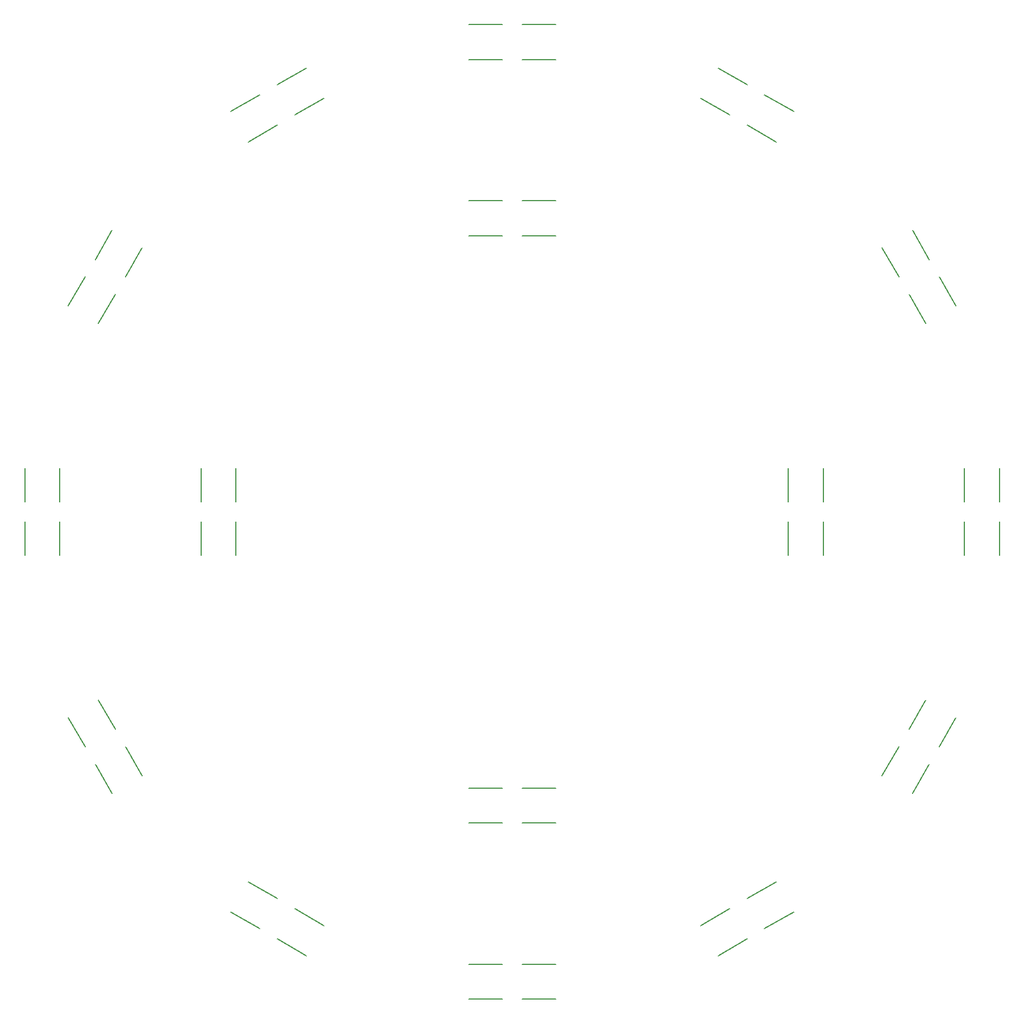
<source format=gbr>
G04 #@! TF.GenerationSoftware,KiCad,Pcbnew,(5.0.1-3-g963ef8bb5)*
G04 #@! TF.CreationDate,2019-08-14T18:08:12+02:00*
G04 #@! TF.ProjectId,crecol_led_pcb_v20,637265636F6C5F6C65645F7063625F76,rev?*
G04 #@! TF.SameCoordinates,Original*
G04 #@! TF.FileFunction,Legend,Top*
G04 #@! TF.FilePolarity,Positive*
%FSLAX46Y46*%
G04 Gerber Fmt 4.6, Leading zero omitted, Abs format (unit mm)*
G04 Created by KiCad (PCBNEW (5.0.1-3-g963ef8bb5)) date 2019 August 14, Wednesday 18:08:12*
%MOMM*%
%LPD*%
G01*
G04 APERTURE LIST*
%ADD10C,0.150000*%
G04 APERTURE END LIST*
D10*
G04 #@! TO.C,U14B1*
X98500000Y-146350000D02*
X93500000Y-146350000D01*
X98500000Y-141150000D02*
X93500000Y-141150000D01*
G04 #@! TO.C,U15B1*
X53650000Y-98500000D02*
X53650000Y-93500000D01*
X58850000Y-98500000D02*
X58850000Y-93500000D01*
G04 #@! TO.C,U16B1*
X101500000Y-53650000D02*
X106500000Y-53650000D01*
X101500000Y-58850000D02*
X106500000Y-58850000D01*
G04 #@! TO.C,U14A1*
X106500000Y-141150000D02*
X101500000Y-141150000D01*
X106500000Y-146350000D02*
X101500000Y-146350000D01*
G04 #@! TO.C,U15A1*
X58850000Y-106500000D02*
X58850000Y-101500000D01*
X53650000Y-106500000D02*
X53650000Y-101500000D01*
G04 #@! TO.C,U16A1*
X93500000Y-58850000D02*
X98500000Y-58850000D01*
X93500000Y-53650000D02*
X98500000Y-53650000D01*
G04 #@! TO.C,U1A1*
X128070834Y-38379888D02*
X132400962Y-40879888D01*
X130670834Y-33876556D02*
X135000962Y-36376556D01*
G04 #@! TO.C,U2A1*
X155120112Y-60670834D02*
X157620112Y-65000962D01*
X159623444Y-58070834D02*
X162123444Y-62400962D01*
G04 #@! TO.C,U3A1*
X167400000Y-93500000D02*
X167400000Y-98500000D01*
X172600000Y-93500000D02*
X172600000Y-98500000D01*
G04 #@! TO.C,U4A1*
X161620112Y-128070834D02*
X159120112Y-132400962D01*
X166123444Y-130670834D02*
X163623444Y-135000962D01*
G04 #@! TO.C,U5A1*
X139329166Y-155120112D02*
X134999038Y-157620112D01*
X141929166Y-159623444D02*
X137599038Y-162123444D01*
G04 #@! TO.C,U6A1*
X106500000Y-167400000D02*
X101500000Y-167400000D01*
X106500000Y-172600000D02*
X101500000Y-172600000D01*
G04 #@! TO.C,U7A1*
X71929166Y-161620112D02*
X67599038Y-159120112D01*
X69329166Y-166123444D02*
X64999038Y-163623444D01*
G04 #@! TO.C,U8A1*
X44879888Y-139329166D02*
X42379888Y-134999038D01*
X40376556Y-141929166D02*
X37876556Y-137599038D01*
G04 #@! TO.C,U9A1*
X32600000Y-106500000D02*
X32600000Y-101500000D01*
X27400000Y-106500000D02*
X27400000Y-101500000D01*
G04 #@! TO.C,U10A1*
X38379888Y-71929166D02*
X40879888Y-67599038D01*
X33876556Y-69329166D02*
X36376556Y-64999038D01*
G04 #@! TO.C,U11A1*
X60670834Y-44879888D02*
X65000962Y-42379888D01*
X58070834Y-40376556D02*
X62400962Y-37876556D01*
G04 #@! TO.C,U1B1*
X137599038Y-37876556D02*
X141929166Y-40376556D01*
X134999038Y-42379888D02*
X139329166Y-44879888D01*
G04 #@! TO.C,U2B1*
X163623444Y-64999038D02*
X166123444Y-69329166D01*
X159120112Y-67599038D02*
X161620112Y-71929166D01*
G04 #@! TO.C,U3B1*
X172600000Y-101500000D02*
X172600000Y-106500000D01*
X167400000Y-101500000D02*
X167400000Y-106500000D01*
G04 #@! TO.C,U4B1*
X162123444Y-137599038D02*
X159623444Y-141929166D01*
X157620112Y-134999038D02*
X155120112Y-139329166D01*
G04 #@! TO.C,U5B1*
X135000962Y-163623444D02*
X130670834Y-166123444D01*
X132400962Y-159120112D02*
X128070834Y-161620112D01*
G04 #@! TO.C,U6B1*
X98500000Y-172600000D02*
X93500000Y-172600000D01*
X98500000Y-167400000D02*
X93500000Y-167400000D01*
G04 #@! TO.C,U7B1*
X62400962Y-162123444D02*
X58070834Y-159623444D01*
X65000962Y-157620112D02*
X60670834Y-155120112D01*
G04 #@! TO.C,U8B1*
X36376556Y-135000962D02*
X33876556Y-130670834D01*
X40879888Y-132400962D02*
X38379888Y-128070834D01*
G04 #@! TO.C,U9B1*
X27400000Y-98500000D02*
X27400000Y-93500000D01*
X32600000Y-98500000D02*
X32600000Y-93500000D01*
G04 #@! TO.C,U10B1*
X37876556Y-62400962D02*
X40376556Y-58070834D01*
X42379888Y-65000962D02*
X44879888Y-60670834D01*
G04 #@! TO.C,U11B1*
X64999038Y-36376556D02*
X69329166Y-33876556D01*
X67599038Y-40879888D02*
X71929166Y-38379888D01*
G04 #@! TO.C,U12A1*
X93500000Y-27400000D02*
X98500000Y-27400000D01*
X93500000Y-32600000D02*
X98500000Y-32600000D01*
G04 #@! TO.C,U12B1*
X101500000Y-32600000D02*
X106500000Y-32600000D01*
X101500000Y-27400000D02*
X106500000Y-27400000D01*
G04 #@! TO.C,U13A1*
X146350000Y-93500000D02*
X146350000Y-98500000D01*
X141150000Y-93500000D02*
X141150000Y-98500000D01*
G04 #@! TO.C,U13B1*
X141150000Y-101500000D02*
X141150000Y-106500000D01*
X146350000Y-101500000D02*
X146350000Y-106500000D01*
G04 #@! TD*
M02*

</source>
